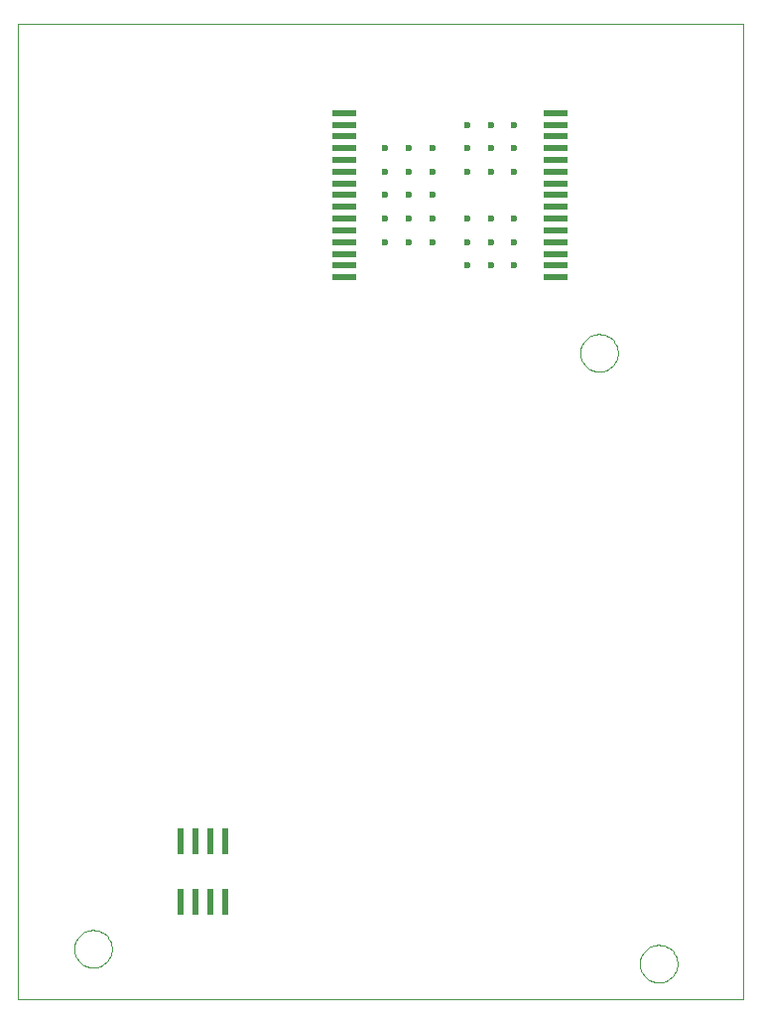
<source format=gtp>
G75*
%MOIN*%
%OFA0B0*%
%FSLAX24Y24*%
%IPPOS*%
%LPD*%
%AMOC8*
5,1,8,0,0,1.08239X$1,22.5*
%
%ADD10C,0.0000*%
%ADD11C,0.0236*%
%ADD12R,0.0787X0.0200*%
%ADD13R,0.0787X0.0197*%
%ADD14R,0.0236X0.0866*%
D10*
X000180Y007200D02*
X000180Y039946D01*
X024550Y039946D01*
X024550Y007200D01*
X000180Y007200D01*
X002068Y008904D02*
X002070Y008954D01*
X002076Y009004D01*
X002086Y009053D01*
X002100Y009101D01*
X002117Y009148D01*
X002138Y009193D01*
X002163Y009237D01*
X002191Y009278D01*
X002223Y009317D01*
X002257Y009354D01*
X002294Y009388D01*
X002334Y009418D01*
X002376Y009445D01*
X002420Y009469D01*
X002466Y009490D01*
X002513Y009506D01*
X002561Y009519D01*
X002611Y009528D01*
X002660Y009533D01*
X002711Y009534D01*
X002761Y009531D01*
X002810Y009524D01*
X002859Y009513D01*
X002907Y009498D01*
X002953Y009480D01*
X002998Y009458D01*
X003041Y009432D01*
X003082Y009403D01*
X003121Y009371D01*
X003157Y009336D01*
X003189Y009298D01*
X003219Y009258D01*
X003246Y009215D01*
X003269Y009171D01*
X003288Y009125D01*
X003304Y009077D01*
X003316Y009028D01*
X003324Y008979D01*
X003328Y008929D01*
X003328Y008879D01*
X003324Y008829D01*
X003316Y008780D01*
X003304Y008731D01*
X003288Y008683D01*
X003269Y008637D01*
X003246Y008593D01*
X003219Y008550D01*
X003189Y008510D01*
X003157Y008472D01*
X003121Y008437D01*
X003082Y008405D01*
X003041Y008376D01*
X002998Y008350D01*
X002953Y008328D01*
X002907Y008310D01*
X002859Y008295D01*
X002810Y008284D01*
X002761Y008277D01*
X002711Y008274D01*
X002660Y008275D01*
X002611Y008280D01*
X002561Y008289D01*
X002513Y008302D01*
X002466Y008318D01*
X002420Y008339D01*
X002376Y008363D01*
X002334Y008390D01*
X002294Y008420D01*
X002257Y008454D01*
X002223Y008491D01*
X002191Y008530D01*
X002163Y008571D01*
X002138Y008615D01*
X002117Y008660D01*
X002100Y008707D01*
X002086Y008755D01*
X002076Y008804D01*
X002070Y008854D01*
X002068Y008904D01*
X021068Y008404D02*
X021070Y008454D01*
X021076Y008504D01*
X021086Y008553D01*
X021100Y008601D01*
X021117Y008648D01*
X021138Y008693D01*
X021163Y008737D01*
X021191Y008778D01*
X021223Y008817D01*
X021257Y008854D01*
X021294Y008888D01*
X021334Y008918D01*
X021376Y008945D01*
X021420Y008969D01*
X021466Y008990D01*
X021513Y009006D01*
X021561Y009019D01*
X021611Y009028D01*
X021660Y009033D01*
X021711Y009034D01*
X021761Y009031D01*
X021810Y009024D01*
X021859Y009013D01*
X021907Y008998D01*
X021953Y008980D01*
X021998Y008958D01*
X022041Y008932D01*
X022082Y008903D01*
X022121Y008871D01*
X022157Y008836D01*
X022189Y008798D01*
X022219Y008758D01*
X022246Y008715D01*
X022269Y008671D01*
X022288Y008625D01*
X022304Y008577D01*
X022316Y008528D01*
X022324Y008479D01*
X022328Y008429D01*
X022328Y008379D01*
X022324Y008329D01*
X022316Y008280D01*
X022304Y008231D01*
X022288Y008183D01*
X022269Y008137D01*
X022246Y008093D01*
X022219Y008050D01*
X022189Y008010D01*
X022157Y007972D01*
X022121Y007937D01*
X022082Y007905D01*
X022041Y007876D01*
X021998Y007850D01*
X021953Y007828D01*
X021907Y007810D01*
X021859Y007795D01*
X021810Y007784D01*
X021761Y007777D01*
X021711Y007774D01*
X021660Y007775D01*
X021611Y007780D01*
X021561Y007789D01*
X021513Y007802D01*
X021466Y007818D01*
X021420Y007839D01*
X021376Y007863D01*
X021334Y007890D01*
X021294Y007920D01*
X021257Y007954D01*
X021223Y007991D01*
X021191Y008030D01*
X021163Y008071D01*
X021138Y008115D01*
X021117Y008160D01*
X021100Y008207D01*
X021086Y008255D01*
X021076Y008304D01*
X021070Y008354D01*
X021068Y008404D01*
X019068Y028904D02*
X019070Y028954D01*
X019076Y029004D01*
X019086Y029053D01*
X019100Y029101D01*
X019117Y029148D01*
X019138Y029193D01*
X019163Y029237D01*
X019191Y029278D01*
X019223Y029317D01*
X019257Y029354D01*
X019294Y029388D01*
X019334Y029418D01*
X019376Y029445D01*
X019420Y029469D01*
X019466Y029490D01*
X019513Y029506D01*
X019561Y029519D01*
X019611Y029528D01*
X019660Y029533D01*
X019711Y029534D01*
X019761Y029531D01*
X019810Y029524D01*
X019859Y029513D01*
X019907Y029498D01*
X019953Y029480D01*
X019998Y029458D01*
X020041Y029432D01*
X020082Y029403D01*
X020121Y029371D01*
X020157Y029336D01*
X020189Y029298D01*
X020219Y029258D01*
X020246Y029215D01*
X020269Y029171D01*
X020288Y029125D01*
X020304Y029077D01*
X020316Y029028D01*
X020324Y028979D01*
X020328Y028929D01*
X020328Y028879D01*
X020324Y028829D01*
X020316Y028780D01*
X020304Y028731D01*
X020288Y028683D01*
X020269Y028637D01*
X020246Y028593D01*
X020219Y028550D01*
X020189Y028510D01*
X020157Y028472D01*
X020121Y028437D01*
X020082Y028405D01*
X020041Y028376D01*
X019998Y028350D01*
X019953Y028328D01*
X019907Y028310D01*
X019859Y028295D01*
X019810Y028284D01*
X019761Y028277D01*
X019711Y028274D01*
X019660Y028275D01*
X019611Y028280D01*
X019561Y028289D01*
X019513Y028302D01*
X019466Y028318D01*
X019420Y028339D01*
X019376Y028363D01*
X019334Y028390D01*
X019294Y028420D01*
X019257Y028454D01*
X019223Y028491D01*
X019191Y028530D01*
X019163Y028571D01*
X019138Y028615D01*
X019117Y028660D01*
X019100Y028707D01*
X019086Y028755D01*
X019076Y028804D01*
X019070Y028854D01*
X019068Y028904D01*
D11*
X016845Y031838D03*
X016058Y031838D03*
X016058Y032625D03*
X016845Y032625D03*
X016845Y033413D03*
X016058Y033413D03*
X015271Y033413D03*
X015271Y032625D03*
X015271Y031838D03*
X014089Y032625D03*
X013302Y032625D03*
X012515Y032625D03*
X012515Y033413D03*
X012515Y034200D03*
X013302Y034200D03*
X013302Y033413D03*
X014089Y033413D03*
X014089Y034200D03*
X014089Y034987D03*
X013302Y034987D03*
X012515Y034987D03*
X012515Y035775D03*
X013302Y035775D03*
X014089Y035775D03*
X015271Y035775D03*
X016058Y035775D03*
X016058Y036562D03*
X016845Y036562D03*
X016845Y035775D03*
X016845Y034987D03*
X016058Y034987D03*
X015271Y034987D03*
X015271Y036562D03*
D12*
X018223Y036562D03*
X018223Y036169D03*
X018223Y035775D03*
X018223Y035381D03*
X018223Y034594D03*
X018223Y033806D03*
X018223Y033019D03*
X018223Y032625D03*
X018223Y032231D03*
X018223Y031838D03*
X011137Y031838D03*
X011137Y032625D03*
X011137Y033019D03*
X011137Y033413D03*
X011137Y033806D03*
X011137Y034200D03*
X011137Y034594D03*
X011137Y034987D03*
X011137Y035381D03*
X011137Y035775D03*
X011137Y036562D03*
D13*
X011139Y036169D03*
X011139Y036956D03*
X011139Y032231D03*
X011139Y031444D03*
X018221Y031444D03*
X018221Y033413D03*
X018221Y034200D03*
X018221Y034987D03*
X018221Y036956D03*
D14*
X007130Y012524D03*
X006630Y012524D03*
X006130Y012524D03*
X005630Y012524D03*
X005630Y010476D03*
X006130Y010476D03*
X006630Y010476D03*
X007130Y010476D03*
M02*

</source>
